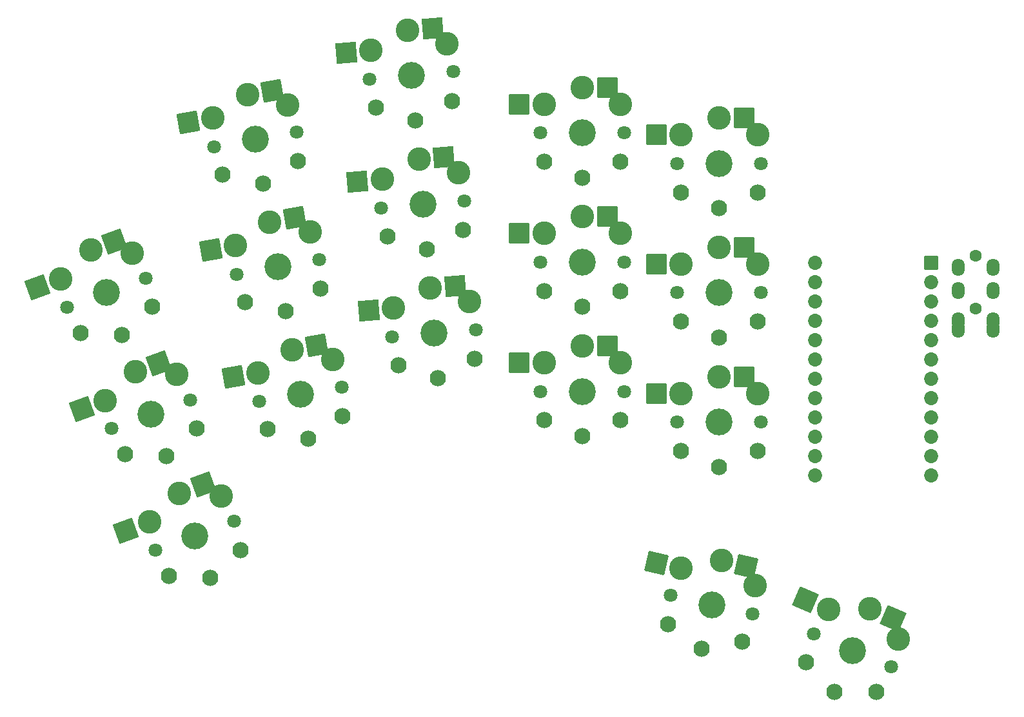
<source format=gbr>
%TF.GenerationSoftware,KiCad,Pcbnew,7.0.9*%
%TF.CreationDate,2023-12-28T22:45:01+01:00*%
%TF.ProjectId,pcb3,70636233-2e6b-4696-9361-645f70636258,v1.0.0*%
%TF.SameCoordinates,Original*%
%TF.FileFunction,Soldermask,Top*%
%TF.FilePolarity,Negative*%
%FSLAX46Y46*%
G04 Gerber Fmt 4.6, Leading zero omitted, Abs format (unit mm)*
G04 Created by KiCad (PCBNEW 7.0.9) date 2023-12-28 22:45:01*
%MOMM*%
%LPD*%
G01*
G04 APERTURE LIST*
G04 Aperture macros list*
%AMRoundRect*
0 Rectangle with rounded corners*
0 $1 Rounding radius*
0 $2 $3 $4 $5 $6 $7 $8 $9 X,Y pos of 4 corners*
0 Add a 4 corners polygon primitive as box body*
4,1,4,$2,$3,$4,$5,$6,$7,$8,$9,$2,$3,0*
0 Add four circle primitives for the rounded corners*
1,1,$1+$1,$2,$3*
1,1,$1+$1,$4,$5*
1,1,$1+$1,$6,$7*
1,1,$1+$1,$8,$9*
0 Add four rect primitives between the rounded corners*
20,1,$1+$1,$2,$3,$4,$5,0*
20,1,$1+$1,$4,$5,$6,$7,0*
20,1,$1+$1,$6,$7,$8,$9,0*
20,1,$1+$1,$8,$9,$2,$3,0*%
G04 Aperture macros list end*
%ADD10C,1.801800*%
%ADD11C,3.529000*%
%ADD12C,2.132000*%
%ADD13C,3.100000*%
%ADD14RoundRect,0.050000X-1.300000X-1.300000X1.300000X-1.300000X1.300000X1.300000X-1.300000X1.300000X0*%
%ADD15RoundRect,0.050000X-1.181751X-1.408356X1.408356X-1.181751X1.181751X1.408356X-1.408356X1.181751X0*%
%ADD16RoundRect,0.050000X-0.776974X-1.666227X1.666227X-0.776974X0.776974X1.666227X-1.666227X0.776974X0*%
%ADD17RoundRect,0.050000X-1.704607X-0.688706X0.688706X-1.704607X1.704607X0.688706X-0.688706X1.704607X0*%
%ADD18RoundRect,0.050000X-1.054507X-1.505993X1.505993X-1.054507X1.054507X1.505993X-1.505993X1.054507X0*%
%ADD19C,1.600000*%
%ADD20O,1.700000X2.300000*%
%ADD21RoundRect,0.050000X-0.876300X0.876300X-0.876300X-0.876300X0.876300X-0.876300X0.876300X0.876300X0*%
%ADD22C,1.852600*%
%ADD23RoundRect,0.050000X-1.559117X-0.974245X0.974245X-1.559117X1.559117X0.974245X-0.974245X1.559117X0*%
G04 APERTURE END LIST*
D10*
%TO.C,S23*%
X105716990Y-52315855D03*
D11*
X100300547Y-53270920D03*
D10*
X94884104Y-54225985D03*
D12*
X105884449Y-56144949D03*
X96036371Y-57881430D03*
X101325071Y-59081286D03*
X101325071Y-59081286D03*
%TD*%
D10*
%TO.C,S11*%
X137732188Y-69380688D03*
D13*
X138232188Y-65630688D03*
X143232188Y-63430688D03*
X143232188Y-63430688D03*
D11*
X143232188Y-69380688D03*
D13*
X148232188Y-65630688D03*
D10*
X148732188Y-69380688D03*
D14*
X146507188Y-63430688D03*
X134957188Y-65630688D03*
%TD*%
D10*
%TO.C,S14*%
X155732186Y-73414025D03*
D13*
X156232186Y-69664025D03*
X161232186Y-67464025D03*
X161232186Y-67464025D03*
D11*
X161232186Y-73414025D03*
D13*
X166232186Y-69664025D03*
D10*
X166732186Y-73414025D03*
D14*
X164507186Y-67464025D03*
X152957186Y-69664025D03*
%TD*%
D10*
%TO.C,S8*%
X116824066Y-62273829D03*
D13*
X116995329Y-58494521D03*
X121784560Y-55867114D03*
X121784560Y-55867114D03*
D11*
X122303137Y-61794472D03*
D13*
X126957276Y-57622963D03*
D10*
X127782208Y-61315115D03*
D15*
X125047098Y-55581678D03*
X113732792Y-58779956D03*
%TD*%
D10*
%TO.C,S2*%
X81412466Y-91263769D03*
D13*
X80599736Y-87568911D03*
X84545755Y-83791487D03*
X84545755Y-83791487D03*
D11*
X86580775Y-89382658D03*
D13*
X89996663Y-84148710D03*
D10*
X91749084Y-87501547D03*
D16*
X87623248Y-82671371D03*
X77522243Y-88689027D03*
%TD*%
D10*
%TO.C,S21*%
X111621028Y-85799319D03*
D11*
X106204585Y-86754384D03*
D10*
X100788142Y-87709449D03*
D12*
X111788487Y-89628413D03*
X101940409Y-91364894D03*
X107229109Y-92564750D03*
X107229109Y-92564750D03*
%TD*%
D10*
%TO.C,S32*%
X166732192Y-56414023D03*
D11*
X161232192Y-56414023D03*
D10*
X155732192Y-56414023D03*
D12*
X166232192Y-60214023D03*
X156232192Y-60214023D03*
X161232192Y-62314023D03*
X161232192Y-62314023D03*
%TD*%
D10*
%TO.C,S19*%
X91749084Y-87501547D03*
D11*
X86580775Y-89382658D03*
D10*
X81412466Y-91263769D03*
D12*
X92578915Y-91243389D03*
X83181988Y-94663591D03*
X88598694Y-94926844D03*
X88598694Y-94926844D03*
%TD*%
D10*
%TO.C,S12*%
X137732191Y-52380688D03*
D13*
X138232191Y-48630688D03*
X143232191Y-46430688D03*
X143232191Y-46430688D03*
D11*
X143232191Y-52380688D03*
D13*
X148232191Y-48630688D03*
D10*
X148732191Y-52380688D03*
D14*
X146507191Y-46430688D03*
X134957191Y-48630688D03*
%TD*%
D10*
%TO.C,S17*%
X173632418Y-118263999D03*
D13*
X175557912Y-115007471D03*
X181020045Y-114936016D03*
X181020045Y-114936016D03*
D11*
X178695195Y-120413020D03*
D13*
X184762961Y-118914782D03*
D10*
X183757972Y-122562041D03*
D17*
X184034699Y-116215661D03*
X172543259Y-113727827D03*
%TD*%
D10*
%TO.C,S4*%
X100788142Y-87709449D03*
D13*
X100629366Y-83929596D03*
X105171378Y-80894778D03*
X105171378Y-80894778D03*
D11*
X106204585Y-86754384D03*
D13*
X110477443Y-82193114D03*
D10*
X111621028Y-85799319D03*
D18*
X108396624Y-80326080D03*
X97404120Y-84498294D03*
%TD*%
D10*
%TO.C,S33*%
X165591221Y-115651259D03*
D11*
X160232186Y-114414028D03*
D10*
X154873151Y-113176797D03*
D12*
X164249222Y-119241390D03*
X154505522Y-116991879D03*
X158904975Y-120162811D03*
X158904975Y-120162811D03*
%TD*%
D10*
%TO.C,S9*%
X115342421Y-45338519D03*
D13*
X115513684Y-41559211D03*
X120302915Y-38931804D03*
X120302915Y-38931804D03*
D11*
X120821492Y-44859162D03*
D13*
X125475631Y-40687653D03*
D10*
X126300563Y-44379805D03*
D15*
X123565453Y-38646368D03*
X112251147Y-41844646D03*
%TD*%
D10*
%TO.C,S24*%
X129263861Y-78250426D03*
D11*
X123784790Y-78729783D03*
D10*
X118305719Y-79209140D03*
D12*
X129096955Y-82079544D03*
X119135008Y-82951102D03*
X124299009Y-84607332D03*
X124299009Y-84607332D03*
%TD*%
D19*
%TO.C,TRRS1*%
X194882183Y-68514024D03*
X194882183Y-75514024D03*
D20*
X192582183Y-78214024D03*
X197182183Y-78214024D03*
X192582183Y-77114024D03*
X197182183Y-77114024D03*
X192582183Y-73114024D03*
X197182183Y-73114024D03*
X192582183Y-70114024D03*
X197182183Y-70114024D03*
%TD*%
D10*
%TO.C,S29*%
X148732191Y-52380688D03*
D11*
X143232191Y-52380688D03*
D10*
X137732191Y-52380688D03*
D12*
X148232191Y-56180688D03*
X138232191Y-56180688D03*
X143232191Y-58280688D03*
X143232191Y-58280688D03*
%TD*%
D10*
%TO.C,S13*%
X155732193Y-90414035D03*
D13*
X156232193Y-86664035D03*
X161232193Y-84464035D03*
X161232193Y-84464035D03*
D11*
X161232193Y-90414035D03*
D13*
X166232193Y-86664035D03*
D10*
X166732193Y-90414035D03*
D14*
X164507193Y-84464035D03*
X152957193Y-86664035D03*
%TD*%
D21*
%TO.C,MCU1*%
X189052185Y-69444021D03*
D22*
X189052185Y-71984021D03*
X189052185Y-74524021D03*
X189052185Y-77064021D03*
X189052185Y-79604021D03*
X189052185Y-82144021D03*
X189052185Y-84684021D03*
X189052185Y-87224021D03*
X189052185Y-89764021D03*
X189052185Y-92304021D03*
X189052185Y-94844021D03*
X189052185Y-97384021D03*
X173812185Y-69444021D03*
X173812185Y-71984021D03*
X173812185Y-74524021D03*
X173812185Y-77064021D03*
X173812185Y-79604021D03*
X173812185Y-82144021D03*
X173812185Y-84684021D03*
X173812185Y-87224021D03*
X173812185Y-89764021D03*
X173812185Y-92304021D03*
X173812185Y-94844021D03*
X173812185Y-97384021D03*
%TD*%
D10*
%TO.C,S30*%
X166732193Y-90414035D03*
D11*
X161232193Y-90414035D03*
D10*
X155732193Y-90414035D03*
D12*
X166232193Y-94214035D03*
X156232193Y-94214035D03*
X161232193Y-96314035D03*
X161232193Y-96314035D03*
%TD*%
D10*
%TO.C,S1*%
X87226811Y-107238546D03*
D13*
X86414081Y-103543688D03*
X90360100Y-99766264D03*
X90360100Y-99766264D03*
D11*
X92395120Y-105357435D03*
D13*
X95811008Y-100123487D03*
D10*
X97563429Y-103476324D03*
D16*
X93437593Y-98646148D03*
X83336588Y-104663804D03*
%TD*%
D10*
%TO.C,S18*%
X97563429Y-103476324D03*
D11*
X92395120Y-105357435D03*
D10*
X87226811Y-107238546D03*
D12*
X98393260Y-107218166D03*
X88996333Y-110638368D03*
X94413039Y-110901621D03*
X94413039Y-110901621D03*
%TD*%
D10*
%TO.C,S27*%
X148732192Y-86380695D03*
D11*
X143232192Y-86380695D03*
D10*
X137732192Y-86380695D03*
D12*
X148232192Y-90180695D03*
X138232192Y-90180695D03*
X143232192Y-92280695D03*
X143232192Y-92280695D03*
%TD*%
D10*
%TO.C,S6*%
X94884104Y-54225985D03*
D13*
X94725328Y-50446132D03*
X99267340Y-47411314D03*
X99267340Y-47411314D03*
D11*
X100300547Y-53270920D03*
D13*
X104573405Y-48709650D03*
D10*
X105716990Y-52315855D03*
D18*
X102492586Y-46842616D03*
X91500082Y-51014830D03*
%TD*%
D10*
%TO.C,S20*%
X85934741Y-71526774D03*
D11*
X80766432Y-73407885D03*
D10*
X75598123Y-75288996D03*
D12*
X86764572Y-75268616D03*
X77367645Y-78688818D03*
X82784351Y-78952071D03*
X82784351Y-78952071D03*
%TD*%
D10*
%TO.C,S16*%
X154873151Y-113176797D03*
D13*
X156203902Y-109635385D03*
X161570645Y-108616526D03*
X161570645Y-108616526D03*
D11*
X160232186Y-114414028D03*
D13*
X165947603Y-111884896D03*
D10*
X165591221Y-115651259D03*
D23*
X164761707Y-109353241D03*
X153012840Y-108898670D03*
%TD*%
D10*
%TO.C,S28*%
X148732188Y-69380688D03*
D11*
X143232188Y-69380688D03*
D10*
X137732188Y-69380688D03*
D12*
X148232188Y-73180688D03*
X138232188Y-73180688D03*
X143232188Y-75280688D03*
X143232188Y-75280688D03*
%TD*%
D10*
%TO.C,S34*%
X183757972Y-122562041D03*
D11*
X178695195Y-120413020D03*
D10*
X173632418Y-118263999D03*
D12*
X181812941Y-125864594D03*
X172607892Y-121957283D03*
X176389881Y-125843999D03*
X176389881Y-125843999D03*
%TD*%
D10*
%TO.C,S10*%
X137732192Y-86380695D03*
D13*
X138232192Y-82630695D03*
X143232192Y-80430695D03*
X143232192Y-80430695D03*
D11*
X143232192Y-86380695D03*
D13*
X148232192Y-82630695D03*
D10*
X148732192Y-86380695D03*
D14*
X146507192Y-80430695D03*
X134957192Y-82630695D03*
%TD*%
D10*
%TO.C,S3*%
X75598123Y-75288996D03*
D13*
X74785393Y-71594138D03*
X78731412Y-67816714D03*
X78731412Y-67816714D03*
D11*
X80766432Y-73407885D03*
D13*
X84182320Y-68173937D03*
D10*
X85934741Y-71526774D03*
D16*
X81808905Y-66696598D03*
X71707900Y-72714254D03*
%TD*%
D10*
%TO.C,S25*%
X127782208Y-61315115D03*
D11*
X122303137Y-61794472D03*
D10*
X116824066Y-62273829D03*
D12*
X127615302Y-65144233D03*
X117653355Y-66015791D03*
X122817356Y-67672021D03*
X122817356Y-67672021D03*
%TD*%
D10*
%TO.C,S26*%
X126300563Y-44379805D03*
D11*
X120821492Y-44859162D03*
D10*
X115342421Y-45338519D03*
D12*
X126133657Y-48208923D03*
X116171710Y-49080481D03*
X121335711Y-50736711D03*
X121335711Y-50736711D03*
%TD*%
D10*
%TO.C,S22*%
X108669006Y-69057587D03*
D11*
X103252563Y-70012652D03*
D10*
X97836120Y-70967717D03*
D12*
X108836465Y-72886681D03*
X98988387Y-74623162D03*
X104277087Y-75823018D03*
X104277087Y-75823018D03*
%TD*%
D10*
%TO.C,S7*%
X118305719Y-79209140D03*
D13*
X118476982Y-75429832D03*
X123266213Y-72802425D03*
X123266213Y-72802425D03*
D11*
X123784790Y-78729783D03*
D13*
X128438929Y-74558274D03*
D10*
X129263861Y-78250426D03*
D15*
X126528751Y-72516989D03*
X115214445Y-75715267D03*
%TD*%
D10*
%TO.C,S15*%
X155732192Y-56414023D03*
D13*
X156232192Y-52664023D03*
X161232192Y-50464023D03*
X161232192Y-50464023D03*
D11*
X161232192Y-56414023D03*
D13*
X166232192Y-52664023D03*
D10*
X166732192Y-56414023D03*
D14*
X164507192Y-50464023D03*
X152957192Y-52664023D03*
%TD*%
D10*
%TO.C,S5*%
X97836120Y-70967717D03*
D13*
X97677344Y-67187864D03*
X102219356Y-64153046D03*
X102219356Y-64153046D03*
D11*
X103252563Y-70012652D03*
D13*
X107525421Y-65451382D03*
D10*
X108669006Y-69057587D03*
D18*
X105444602Y-63584348D03*
X94452098Y-67756562D03*
%TD*%
D10*
%TO.C,S31*%
X166732186Y-73414025D03*
D11*
X161232186Y-73414025D03*
D10*
X155732186Y-73414025D03*
D12*
X166232186Y-77214025D03*
X156232186Y-77214025D03*
X161232186Y-79314025D03*
X161232186Y-79314025D03*
%TD*%
M02*

</source>
